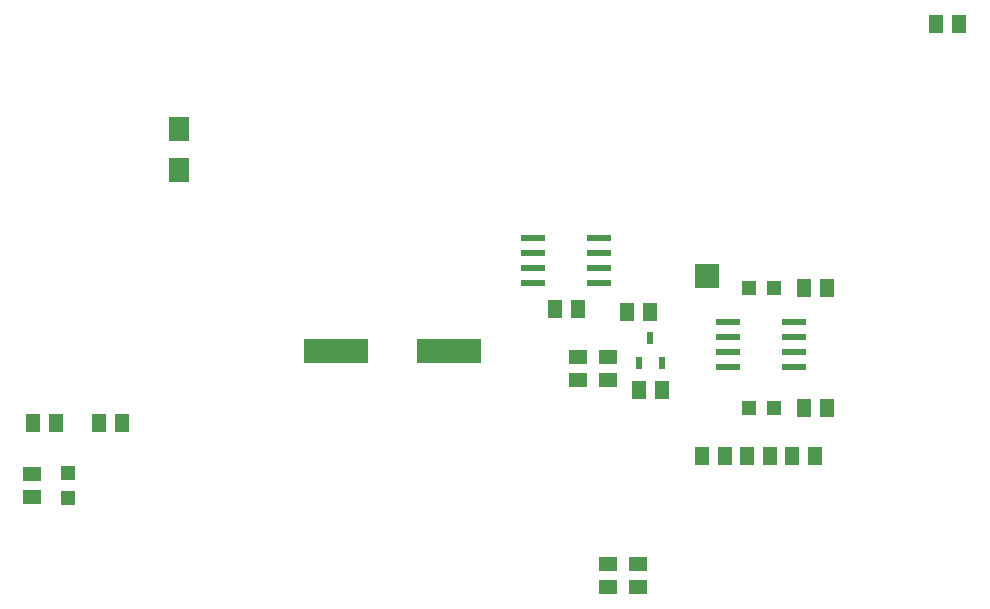
<source format=gbr>
G04 #@! TF.FileFunction,Paste,Top*
%FSLAX46Y46*%
G04 Gerber Fmt 4.6, Leading zero omitted, Abs format (unit mm)*
G04 Created by KiCad (PCBNEW 4.0.6) date 06/21/17 15:37:43*
%MOMM*%
%LPD*%
G01*
G04 APERTURE LIST*
%ADD10C,0.100000*%
%ADD11R,1.300480X1.498600*%
%ADD12R,1.699260X2.100580*%
%ADD13R,1.198880X1.198880*%
%ADD14R,0.599440X1.000760*%
%ADD15R,1.498600X1.300480*%
%ADD16R,1.998980X0.599440*%
%ADD17R,5.499100X1.998980*%
%ADD18R,2.000000X2.000000*%
G04 APERTURE END LIST*
D10*
D11*
X31686500Y-59182000D03*
X29781500Y-59182000D03*
X24193500Y-59182000D03*
X26098500Y-59182000D03*
X68389500Y-49530000D03*
X70294500Y-49530000D03*
X102552500Y-25400000D03*
X100647500Y-25400000D03*
D12*
X36576000Y-37797740D03*
X36576000Y-34338260D03*
D13*
X27178000Y-65565020D03*
X27178000Y-63466980D03*
X86901020Y-57912000D03*
X84802980Y-57912000D03*
X86901020Y-47752000D03*
X84802980Y-47752000D03*
D14*
X75501500Y-54142640D03*
X76454000Y-52029360D03*
X77406500Y-54142640D03*
D15*
X24130000Y-65468500D03*
X24130000Y-63563500D03*
X70358000Y-53657500D03*
X70358000Y-55562500D03*
D11*
X76390500Y-49784000D03*
X74485500Y-49784000D03*
D15*
X72898000Y-53657500D03*
X72898000Y-55562500D03*
D11*
X75501500Y-56388000D03*
X77406500Y-56388000D03*
X89471500Y-57912000D03*
X91376500Y-57912000D03*
X89471500Y-47752000D03*
X91376500Y-47752000D03*
X82740500Y-61976000D03*
X80835500Y-61976000D03*
X86550500Y-61976000D03*
X84645500Y-61976000D03*
X90360500Y-61976000D03*
X88455500Y-61976000D03*
D16*
X72136000Y-47371000D03*
X72136000Y-46101000D03*
X72136000Y-44831000D03*
X72136000Y-43561000D03*
X66548000Y-43561000D03*
X66548000Y-44831000D03*
X66548000Y-46101000D03*
X66548000Y-47371000D03*
X83058000Y-50673000D03*
X83058000Y-51943000D03*
X83058000Y-53213000D03*
X83058000Y-54483000D03*
X88646000Y-54483000D03*
X88646000Y-53213000D03*
X88646000Y-51943000D03*
X88646000Y-50673000D03*
D17*
X59359800Y-53086000D03*
X49860200Y-53086000D03*
D18*
X81278000Y-46736000D03*
D15*
X72898000Y-71183500D03*
X72898000Y-73088500D03*
X75438000Y-71183500D03*
X75438000Y-73088500D03*
M02*

</source>
